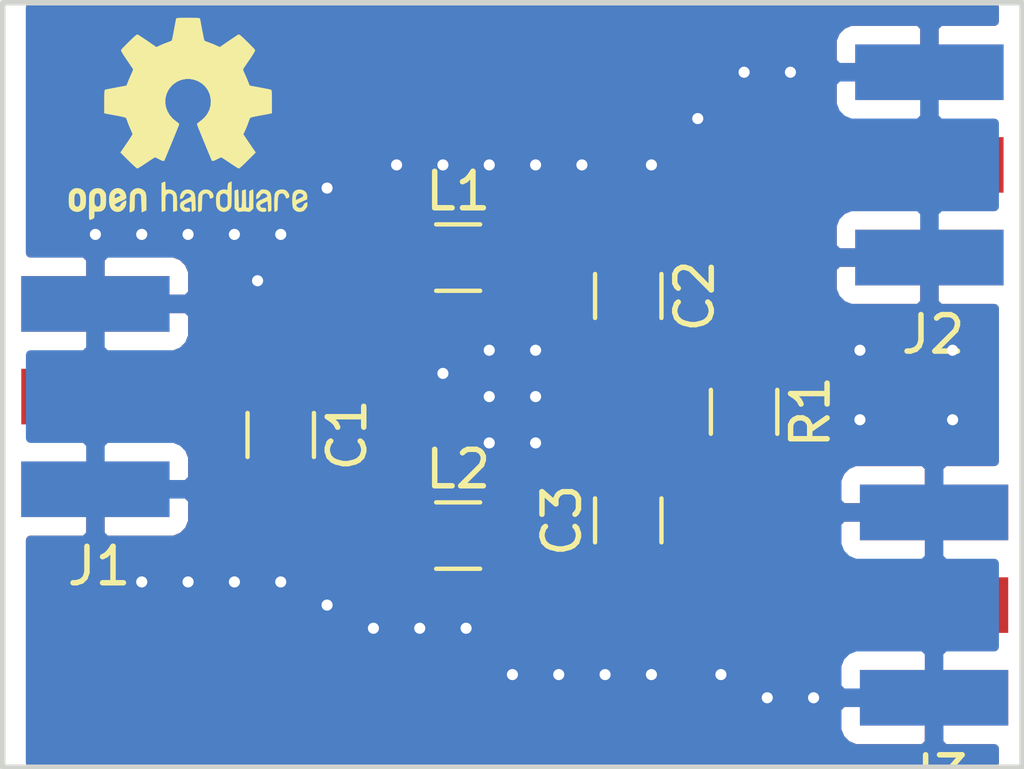
<source format=kicad_pcb>
(kicad_pcb (version 20171130) (host pcbnew "(5.0.1)-4")

  (general
    (thickness 1.6)
    (drawings 4)
    (tracks 75)
    (zones 0)
    (modules 10)
    (nets 5)
  )

  (page A4)
  (layers
    (0 F.Cu signal)
    (31 B.Cu signal)
    (32 B.Adhes user)
    (33 F.Adhes user)
    (34 B.Paste user)
    (35 F.Paste user)
    (36 B.SilkS user)
    (37 F.SilkS user)
    (38 B.Mask user)
    (39 F.Mask user)
    (40 Dwgs.User user)
    (41 Cmts.User user)
    (42 Eco1.User user)
    (43 Eco2.User user)
    (44 Edge.Cuts user)
    (45 Margin user)
    (46 B.CrtYd user)
    (47 F.CrtYd user)
    (48 B.Fab user)
    (49 F.Fab user)
  )

  (setup
    (last_trace_width 0.2032)
    (trace_clearance 0.2032)
    (zone_clearance 0.508)
    (zone_45_only no)
    (trace_min 0.2032)
    (segment_width 0.2)
    (edge_width 0.15)
    (via_size 0.6096)
    (via_drill 0.3048)
    (via_min_size 0.6096)
    (via_min_drill 0.3048)
    (uvia_size 0.3)
    (uvia_drill 0.1)
    (uvias_allowed no)
    (uvia_min_size 0.2)
    (uvia_min_drill 0.1)
    (pcb_text_width 0.3)
    (pcb_text_size 1.5 1.5)
    (mod_edge_width 0.15)
    (mod_text_size 1 1)
    (mod_text_width 0.15)
    (pad_size 1.524 1.524)
    (pad_drill 0.762)
    (pad_to_mask_clearance 0.051)
    (solder_mask_min_width 0.25)
    (aux_axis_origin 0 0)
    (grid_origin 120.65 97.155)
    (visible_elements 7FFBFFFF)
    (pcbplotparams
      (layerselection 0x010fc_ffffffff)
      (usegerberextensions false)
      (usegerberattributes false)
      (usegerberadvancedattributes false)
      (creategerberjobfile false)
      (excludeedgelayer true)
      (linewidth 0.100000)
      (plotframeref false)
      (viasonmask false)
      (mode 1)
      (useauxorigin false)
      (hpglpennumber 1)
      (hpglpenspeed 20)
      (hpglpendiameter 15.000000)
      (psnegative false)
      (psa4output false)
      (plotreference true)
      (plotvalue true)
      (plotinvisibletext false)
      (padsonsilk false)
      (subtractmaskfromsilk false)
      (outputformat 1)
      (mirror false)
      (drillshape 1)
      (scaleselection 1)
      (outputdirectory ""))
  )

  (net 0 "")
  (net 1 "Net-(C1-Pad1)")
  (net 2 GND)
  (net 3 "Net-(C2-Pad1)")
  (net 4 "Net-(C3-Pad1)")

  (net_class Default "This is the default net class."
    (clearance 0.2032)
    (trace_width 0.2032)
    (via_dia 0.6096)
    (via_drill 0.3048)
    (uvia_dia 0.3)
    (uvia_drill 0.1)
    (diff_pair_gap 0.2032)
    (diff_pair_width 0.2032)
    (add_net GND)
  )

  (net_class 50Ohm ""
    (clearance 0.37)
    (trace_width 1.8)
    (via_dia 0.6096)
    (via_drill 0.3048)
    (uvia_dia 0.3)
    (uvia_drill 0.1)
    (diff_pair_gap 0.2032)
    (diff_pair_width 0.2032)
    (add_net "Net-(C1-Pad1)")
    (add_net "Net-(C2-Pad1)")
    (add_net "Net-(C3-Pad1)")
  )

  (module Capacitor_SMD:C_1206_3216Metric_Pad1.42x1.75mm_HandSolder (layer F.Cu) (tedit 5B301BBE) (tstamp 5C259ABE)
    (at 127.635 88.0475 270)
    (descr "Capacitor SMD 1206 (3216 Metric), square (rectangular) end terminal, IPC_7351 nominal with elongated pad for handsoldering. (Body size source: http://www.tortai-tech.com/upload/download/2011102023233369053.pdf), generated with kicad-footprint-generator")
    (tags "capacitor handsolder")
    (path /5C1805E1)
    (attr smd)
    (fp_text reference C1 (at 0 -1.82 270) (layer F.SilkS)
      (effects (font (size 1 1) (thickness 0.15)))
    )
    (fp_text value C (at 0 1.82 270) (layer F.Fab)
      (effects (font (size 1 1) (thickness 0.15)))
    )
    (fp_line (start -1.6 0.8) (end -1.6 -0.8) (layer F.Fab) (width 0.1))
    (fp_line (start -1.6 -0.8) (end 1.6 -0.8) (layer F.Fab) (width 0.1))
    (fp_line (start 1.6 -0.8) (end 1.6 0.8) (layer F.Fab) (width 0.1))
    (fp_line (start 1.6 0.8) (end -1.6 0.8) (layer F.Fab) (width 0.1))
    (fp_line (start -0.602064 -0.91) (end 0.602064 -0.91) (layer F.SilkS) (width 0.12))
    (fp_line (start -0.602064 0.91) (end 0.602064 0.91) (layer F.SilkS) (width 0.12))
    (fp_line (start -2.45 1.12) (end -2.45 -1.12) (layer F.CrtYd) (width 0.05))
    (fp_line (start -2.45 -1.12) (end 2.45 -1.12) (layer F.CrtYd) (width 0.05))
    (fp_line (start 2.45 -1.12) (end 2.45 1.12) (layer F.CrtYd) (width 0.05))
    (fp_line (start 2.45 1.12) (end -2.45 1.12) (layer F.CrtYd) (width 0.05))
    (fp_text user %R (at 0 0 270) (layer F.Fab)
      (effects (font (size 0.8 0.8) (thickness 0.12)))
    )
    (pad 1 smd roundrect (at -1.4875 0 270) (size 1.425 1.75) (layers F.Cu F.Paste F.Mask) (roundrect_rratio 0.175439)
      (net 1 "Net-(C1-Pad1)"))
    (pad 2 smd roundrect (at 1.4875 0 270) (size 1.425 1.75) (layers F.Cu F.Paste F.Mask) (roundrect_rratio 0.175439)
      (net 2 GND))
    (model ${KISYS3DMOD}/Capacitor_SMD.3dshapes/C_1206_3216Metric.wrl
      (at (xyz 0 0 0))
      (scale (xyz 1 1 1))
      (rotate (xyz 0 0 0))
    )
  )

  (module Capacitor_SMD:C_1206_3216Metric_Pad1.42x1.75mm_HandSolder (layer F.Cu) (tedit 5B301BBE) (tstamp 5C259ACF)
    (at 137.16 84.2375 270)
    (descr "Capacitor SMD 1206 (3216 Metric), square (rectangular) end terminal, IPC_7351 nominal with elongated pad for handsoldering. (Body size source: http://www.tortai-tech.com/upload/download/2011102023233369053.pdf), generated with kicad-footprint-generator")
    (tags "capacitor handsolder")
    (path /5C180635)
    (attr smd)
    (fp_text reference C2 (at 0 -1.82 270) (layer F.SilkS)
      (effects (font (size 1 1) (thickness 0.15)))
    )
    (fp_text value C (at 0 1.82 270) (layer F.Fab)
      (effects (font (size 1 1) (thickness 0.15)))
    )
    (fp_text user %R (at 0 0 270) (layer F.Fab)
      (effects (font (size 0.8 0.8) (thickness 0.12)))
    )
    (fp_line (start 2.45 1.12) (end -2.45 1.12) (layer F.CrtYd) (width 0.05))
    (fp_line (start 2.45 -1.12) (end 2.45 1.12) (layer F.CrtYd) (width 0.05))
    (fp_line (start -2.45 -1.12) (end 2.45 -1.12) (layer F.CrtYd) (width 0.05))
    (fp_line (start -2.45 1.12) (end -2.45 -1.12) (layer F.CrtYd) (width 0.05))
    (fp_line (start -0.602064 0.91) (end 0.602064 0.91) (layer F.SilkS) (width 0.12))
    (fp_line (start -0.602064 -0.91) (end 0.602064 -0.91) (layer F.SilkS) (width 0.12))
    (fp_line (start 1.6 0.8) (end -1.6 0.8) (layer F.Fab) (width 0.1))
    (fp_line (start 1.6 -0.8) (end 1.6 0.8) (layer F.Fab) (width 0.1))
    (fp_line (start -1.6 -0.8) (end 1.6 -0.8) (layer F.Fab) (width 0.1))
    (fp_line (start -1.6 0.8) (end -1.6 -0.8) (layer F.Fab) (width 0.1))
    (pad 2 smd roundrect (at 1.4875 0 270) (size 1.425 1.75) (layers F.Cu F.Paste F.Mask) (roundrect_rratio 0.175439)
      (net 2 GND))
    (pad 1 smd roundrect (at -1.4875 0 270) (size 1.425 1.75) (layers F.Cu F.Paste F.Mask) (roundrect_rratio 0.175439)
      (net 3 "Net-(C2-Pad1)"))
    (model ${KISYS3DMOD}/Capacitor_SMD.3dshapes/C_1206_3216Metric.wrl
      (at (xyz 0 0 0))
      (scale (xyz 1 1 1))
      (rotate (xyz 0 0 0))
    )
  )

  (module Capacitor_SMD:C_1206_3216Metric_Pad1.42x1.75mm_HandSolder (layer F.Cu) (tedit 5B301BBE) (tstamp 5C259AE0)
    (at 137.16 90.3875 90)
    (descr "Capacitor SMD 1206 (3216 Metric), square (rectangular) end terminal, IPC_7351 nominal with elongated pad for handsoldering. (Body size source: http://www.tortai-tech.com/upload/download/2011102023233369053.pdf), generated with kicad-footprint-generator")
    (tags "capacitor handsolder")
    (path /5C180784)
    (attr smd)
    (fp_text reference C3 (at 0 -1.82 90) (layer F.SilkS)
      (effects (font (size 1 1) (thickness 0.15)))
    )
    (fp_text value C (at 0 1.82 90) (layer F.Fab)
      (effects (font (size 1 1) (thickness 0.15)))
    )
    (fp_line (start -1.6 0.8) (end -1.6 -0.8) (layer F.Fab) (width 0.1))
    (fp_line (start -1.6 -0.8) (end 1.6 -0.8) (layer F.Fab) (width 0.1))
    (fp_line (start 1.6 -0.8) (end 1.6 0.8) (layer F.Fab) (width 0.1))
    (fp_line (start 1.6 0.8) (end -1.6 0.8) (layer F.Fab) (width 0.1))
    (fp_line (start -0.602064 -0.91) (end 0.602064 -0.91) (layer F.SilkS) (width 0.12))
    (fp_line (start -0.602064 0.91) (end 0.602064 0.91) (layer F.SilkS) (width 0.12))
    (fp_line (start -2.45 1.12) (end -2.45 -1.12) (layer F.CrtYd) (width 0.05))
    (fp_line (start -2.45 -1.12) (end 2.45 -1.12) (layer F.CrtYd) (width 0.05))
    (fp_line (start 2.45 -1.12) (end 2.45 1.12) (layer F.CrtYd) (width 0.05))
    (fp_line (start 2.45 1.12) (end -2.45 1.12) (layer F.CrtYd) (width 0.05))
    (fp_text user %R (at 0 0 90) (layer F.Fab)
      (effects (font (size 0.8 0.8) (thickness 0.12)))
    )
    (pad 1 smd roundrect (at -1.4875 0 90) (size 1.425 1.75) (layers F.Cu F.Paste F.Mask) (roundrect_rratio 0.175439)
      (net 4 "Net-(C3-Pad1)"))
    (pad 2 smd roundrect (at 1.4875 0 90) (size 1.425 1.75) (layers F.Cu F.Paste F.Mask) (roundrect_rratio 0.175439)
      (net 2 GND))
    (model ${KISYS3DMOD}/Capacitor_SMD.3dshapes/C_1206_3216Metric.wrl
      (at (xyz 0 0 0))
      (scale (xyz 1 1 1))
      (rotate (xyz 0 0 0))
    )
  )

  (module RFLego_Footprint:SMA_Edge (layer F.Cu) (tedit 5C1640A8) (tstamp 5C259AE9)
    (at 120.523 86.995)
    (path /5C180555)
    (fp_text reference J1 (at 2.1336 4.6482) (layer F.SilkS)
      (effects (font (size 1 1) (thickness 0.15)))
    )
    (fp_text value SMA (at 1.27 6.35) (layer F.Fab) hide
      (effects (font (size 1 1) (thickness 0.15)))
    )
    (pad 1 smd rect (at 2.032 0) (size 4.064 1.524) (layers F.Cu F.Mask)
      (net 1 "Net-(C1-Pad1)"))
    (pad 2 smd rect (at 2.032 -2.54) (size 4.064 1.524) (layers F.Cu F.Mask)
      (net 2 GND))
    (pad 2 smd rect (at 2.032 2.54) (size 4.064 1.524) (layers B.Cu B.Mask)
      (net 2 GND))
    (pad 2 smd rect (at 2.032 -2.54) (size 4.064 1.524) (layers B.Cu B.Mask)
      (net 2 GND))
    (pad 2 smd rect (at 2.032 2.54) (size 4.064 1.524) (layers F.Cu F.Mask)
      (net 2 GND))
  )

  (module RFLego_Footprint:SMA_Edge (layer F.Cu) (tedit 5C1640A8) (tstamp 5C259AF2)
    (at 143.383 80.645)
    (path /5C1804AD)
    (fp_text reference J2 (at 2.1336 4.6482) (layer F.SilkS)
      (effects (font (size 1 1) (thickness 0.15)))
    )
    (fp_text value SMA (at 1.27 6.35) (layer F.Fab) hide
      (effects (font (size 1 1) (thickness 0.15)))
    )
    (pad 1 smd rect (at 2.032 0) (size 4.064 1.524) (layers F.Cu F.Mask)
      (net 3 "Net-(C2-Pad1)"))
    (pad 2 smd rect (at 2.032 -2.54) (size 4.064 1.524) (layers F.Cu F.Mask)
      (net 2 GND))
    (pad 2 smd rect (at 2.032 2.54) (size 4.064 1.524) (layers B.Cu B.Mask)
      (net 2 GND))
    (pad 2 smd rect (at 2.032 -2.54) (size 4.064 1.524) (layers B.Cu B.Mask)
      (net 2 GND))
    (pad 2 smd rect (at 2.032 2.54) (size 4.064 1.524) (layers F.Cu F.Mask)
      (net 2 GND))
  )

  (module RFLego_Footprint:SMA_Edge (layer F.Cu) (tedit 5C1640A8) (tstamp 5C259AFB)
    (at 143.51 92.71)
    (path /5C18052D)
    (fp_text reference J3 (at 2.1336 4.6482) (layer F.SilkS)
      (effects (font (size 1 1) (thickness 0.15)))
    )
    (fp_text value SMA (at 1.27 6.35) (layer F.Fab) hide
      (effects (font (size 1 1) (thickness 0.15)))
    )
    (pad 2 smd rect (at 2.032 2.54) (size 4.064 1.524) (layers F.Cu F.Mask)
      (net 2 GND))
    (pad 2 smd rect (at 2.032 -2.54) (size 4.064 1.524) (layers B.Cu B.Mask)
      (net 2 GND))
    (pad 2 smd rect (at 2.032 2.54) (size 4.064 1.524) (layers B.Cu B.Mask)
      (net 2 GND))
    (pad 2 smd rect (at 2.032 -2.54) (size 4.064 1.524) (layers F.Cu F.Mask)
      (net 2 GND))
    (pad 1 smd rect (at 2.032 0) (size 4.064 1.524) (layers F.Cu F.Mask)
      (net 4 "Net-(C3-Pad1)"))
  )

  (module Inductor_SMD:L_1206_3216Metric_Pad1.42x1.75mm_HandSolder (layer F.Cu) (tedit 5B301BBE) (tstamp 5C259B0C)
    (at 132.4975 83.185)
    (descr "Capacitor SMD 1206 (3216 Metric), square (rectangular) end terminal, IPC_7351 nominal with elongated pad for handsoldering. (Body size source: http://www.tortai-tech.com/upload/download/2011102023233369053.pdf), generated with kicad-footprint-generator")
    (tags "inductor handsolder")
    (path /5C180676)
    (attr smd)
    (fp_text reference L1 (at 0 -1.82) (layer F.SilkS)
      (effects (font (size 1 1) (thickness 0.15)))
    )
    (fp_text value L (at 0 1.82) (layer F.Fab)
      (effects (font (size 1 1) (thickness 0.15)))
    )
    (fp_line (start -1.6 0.8) (end -1.6 -0.8) (layer F.Fab) (width 0.1))
    (fp_line (start -1.6 -0.8) (end 1.6 -0.8) (layer F.Fab) (width 0.1))
    (fp_line (start 1.6 -0.8) (end 1.6 0.8) (layer F.Fab) (width 0.1))
    (fp_line (start 1.6 0.8) (end -1.6 0.8) (layer F.Fab) (width 0.1))
    (fp_line (start -0.602064 -0.91) (end 0.602064 -0.91) (layer F.SilkS) (width 0.12))
    (fp_line (start -0.602064 0.91) (end 0.602064 0.91) (layer F.SilkS) (width 0.12))
    (fp_line (start -2.45 1.12) (end -2.45 -1.12) (layer F.CrtYd) (width 0.05))
    (fp_line (start -2.45 -1.12) (end 2.45 -1.12) (layer F.CrtYd) (width 0.05))
    (fp_line (start 2.45 -1.12) (end 2.45 1.12) (layer F.CrtYd) (width 0.05))
    (fp_line (start 2.45 1.12) (end -2.45 1.12) (layer F.CrtYd) (width 0.05))
    (fp_text user %R (at 0 0) (layer F.Fab)
      (effects (font (size 0.8 0.8) (thickness 0.12)))
    )
    (pad 1 smd roundrect (at -1.4875 0) (size 1.425 1.75) (layers F.Cu F.Paste F.Mask) (roundrect_rratio 0.175439)
      (net 1 "Net-(C1-Pad1)"))
    (pad 2 smd roundrect (at 1.4875 0) (size 1.425 1.75) (layers F.Cu F.Paste F.Mask) (roundrect_rratio 0.175439)
      (net 3 "Net-(C2-Pad1)"))
    (model ${KISYS3DMOD}/Inductor_SMD.3dshapes/L_1206_3216Metric.wrl
      (at (xyz 0 0 0))
      (scale (xyz 1 1 1))
      (rotate (xyz 0 0 0))
    )
  )

  (module Inductor_SMD:L_1206_3216Metric_Pad1.42x1.75mm_HandSolder (layer F.Cu) (tedit 5B301BBE) (tstamp 5C259B1D)
    (at 132.4975 90.805)
    (descr "Capacitor SMD 1206 (3216 Metric), square (rectangular) end terminal, IPC_7351 nominal with elongated pad for handsoldering. (Body size source: http://www.tortai-tech.com/upload/download/2011102023233369053.pdf), generated with kicad-footprint-generator")
    (tags "inductor handsolder")
    (path /5C180750)
    (attr smd)
    (fp_text reference L2 (at 0 -1.82) (layer F.SilkS)
      (effects (font (size 1 1) (thickness 0.15)))
    )
    (fp_text value L (at 0 1.82) (layer F.Fab)
      (effects (font (size 1 1) (thickness 0.15)))
    )
    (fp_text user %R (at 0 0) (layer F.Fab)
      (effects (font (size 0.8 0.8) (thickness 0.12)))
    )
    (fp_line (start 2.45 1.12) (end -2.45 1.12) (layer F.CrtYd) (width 0.05))
    (fp_line (start 2.45 -1.12) (end 2.45 1.12) (layer F.CrtYd) (width 0.05))
    (fp_line (start -2.45 -1.12) (end 2.45 -1.12) (layer F.CrtYd) (width 0.05))
    (fp_line (start -2.45 1.12) (end -2.45 -1.12) (layer F.CrtYd) (width 0.05))
    (fp_line (start -0.602064 0.91) (end 0.602064 0.91) (layer F.SilkS) (width 0.12))
    (fp_line (start -0.602064 -0.91) (end 0.602064 -0.91) (layer F.SilkS) (width 0.12))
    (fp_line (start 1.6 0.8) (end -1.6 0.8) (layer F.Fab) (width 0.1))
    (fp_line (start 1.6 -0.8) (end 1.6 0.8) (layer F.Fab) (width 0.1))
    (fp_line (start -1.6 -0.8) (end 1.6 -0.8) (layer F.Fab) (width 0.1))
    (fp_line (start -1.6 0.8) (end -1.6 -0.8) (layer F.Fab) (width 0.1))
    (pad 2 smd roundrect (at 1.4875 0) (size 1.425 1.75) (layers F.Cu F.Paste F.Mask) (roundrect_rratio 0.175439)
      (net 4 "Net-(C3-Pad1)"))
    (pad 1 smd roundrect (at -1.4875 0) (size 1.425 1.75) (layers F.Cu F.Paste F.Mask) (roundrect_rratio 0.175439)
      (net 1 "Net-(C1-Pad1)"))
    (model ${KISYS3DMOD}/Inductor_SMD.3dshapes/L_1206_3216Metric.wrl
      (at (xyz 0 0 0))
      (scale (xyz 1 1 1))
      (rotate (xyz 0 0 0))
    )
  )

  (module Resistor_SMD:R_1206_3216Metric_Pad1.42x1.75mm_HandSolder (layer F.Cu) (tedit 5B301BBD) (tstamp 5C259E64)
    (at 140.335 87.4125 270)
    (descr "Resistor SMD 1206 (3216 Metric), square (rectangular) end terminal, IPC_7351 nominal with elongated pad for handsoldering. (Body size source: http://www.tortai-tech.com/upload/download/2011102023233369053.pdf), generated with kicad-footprint-generator")
    (tags "resistor handsolder")
    (path /5C1807DB)
    (attr smd)
    (fp_text reference R1 (at 0 -1.82 270) (layer F.SilkS)
      (effects (font (size 1 1) (thickness 0.15)))
    )
    (fp_text value R (at 0 1.82 270) (layer F.Fab)
      (effects (font (size 1 1) (thickness 0.15)))
    )
    (fp_line (start -1.6 0.8) (end -1.6 -0.8) (layer F.Fab) (width 0.1))
    (fp_line (start -1.6 -0.8) (end 1.6 -0.8) (layer F.Fab) (width 0.1))
    (fp_line (start 1.6 -0.8) (end 1.6 0.8) (layer F.Fab) (width 0.1))
    (fp_line (start 1.6 0.8) (end -1.6 0.8) (layer F.Fab) (width 0.1))
    (fp_line (start -0.602064 -0.91) (end 0.602064 -0.91) (layer F.SilkS) (width 0.12))
    (fp_line (start -0.602064 0.91) (end 0.602064 0.91) (layer F.SilkS) (width 0.12))
    (fp_line (start -2.45 1.12) (end -2.45 -1.12) (layer F.CrtYd) (width 0.05))
    (fp_line (start -2.45 -1.12) (end 2.45 -1.12) (layer F.CrtYd) (width 0.05))
    (fp_line (start 2.45 -1.12) (end 2.45 1.12) (layer F.CrtYd) (width 0.05))
    (fp_line (start 2.45 1.12) (end -2.45 1.12) (layer F.CrtYd) (width 0.05))
    (fp_text user %R (at 0 0 270) (layer F.Fab)
      (effects (font (size 0.8 0.8) (thickness 0.12)))
    )
    (pad 1 smd roundrect (at -1.4875 0 270) (size 1.425 1.75) (layers F.Cu F.Paste F.Mask) (roundrect_rratio 0.175439)
      (net 3 "Net-(C2-Pad1)"))
    (pad 2 smd roundrect (at 1.4875 0 270) (size 1.425 1.75) (layers F.Cu F.Paste F.Mask) (roundrect_rratio 0.175439)
      (net 4 "Net-(C3-Pad1)"))
    (model ${KISYS3DMOD}/Resistor_SMD.3dshapes/R_1206_3216Metric.wrl
      (at (xyz 0 0 0))
      (scale (xyz 1 1 1))
      (rotate (xyz 0 0 0))
    )
  )

  (module Symbol:OSHW-Logo2_7.3x6mm_SilkScreen (layer F.Cu) (tedit 5C1809D7) (tstamp 5C25FD0D)
    (at 125.095 79.375)
    (descr "Open Source Hardware Symbol")
    (tags "Logo Symbol OSHW")
    (attr virtual)
    (fp_text reference REF** (at 0 0) (layer F.SilkS) hide
      (effects (font (size 1 1) (thickness 0.15)))
    )
    (fp_text value OSHW-Logo2_7.3x6mm_SilkScreen (at 0.75 0) (layer F.SilkS) hide
      (effects (font (size 1 1) (thickness 0.15)))
    )
    (fp_poly (pts (xy 0.10391 -2.757652) (xy 0.182454 -2.757222) (xy 0.239298 -2.756058) (xy 0.278105 -2.753793)
      (xy 0.302538 -2.75006) (xy 0.316262 -2.744494) (xy 0.32294 -2.736727) (xy 0.326236 -2.726395)
      (xy 0.326556 -2.725057) (xy 0.331562 -2.700921) (xy 0.340829 -2.653299) (xy 0.353392 -2.587259)
      (xy 0.368287 -2.507872) (xy 0.384551 -2.420204) (xy 0.385119 -2.417125) (xy 0.40141 -2.331211)
      (xy 0.416652 -2.255304) (xy 0.429861 -2.193955) (xy 0.440054 -2.151718) (xy 0.446248 -2.133145)
      (xy 0.446543 -2.132816) (xy 0.464788 -2.123747) (xy 0.502405 -2.108633) (xy 0.551271 -2.090738)
      (xy 0.551543 -2.090642) (xy 0.613093 -2.067507) (xy 0.685657 -2.038035) (xy 0.754057 -2.008403)
      (xy 0.757294 -2.006938) (xy 0.868702 -1.956374) (xy 1.115399 -2.12484) (xy 1.191077 -2.176197)
      (xy 1.259631 -2.222111) (xy 1.317088 -2.25997) (xy 1.359476 -2.287163) (xy 1.382825 -2.301079)
      (xy 1.385042 -2.302111) (xy 1.40201 -2.297516) (xy 1.433701 -2.275345) (xy 1.481352 -2.234553)
      (xy 1.546198 -2.174095) (xy 1.612397 -2.109773) (xy 1.676214 -2.046388) (xy 1.733329 -1.988549)
      (xy 1.780305 -1.939825) (xy 1.813703 -1.90379) (xy 1.830085 -1.884016) (xy 1.830694 -1.882998)
      (xy 1.832505 -1.869428) (xy 1.825683 -1.847267) (xy 1.80854 -1.813522) (xy 1.779393 -1.7652)
      (xy 1.736555 -1.699308) (xy 1.679448 -1.614483) (xy 1.628766 -1.539823) (xy 1.583461 -1.47286)
      (xy 1.54615 -1.417484) (xy 1.519452 -1.37758) (xy 1.505985 -1.357038) (xy 1.505137 -1.355644)
      (xy 1.506781 -1.335962) (xy 1.519245 -1.297707) (xy 1.540048 -1.248111) (xy 1.547462 -1.232272)
      (xy 1.579814 -1.16171) (xy 1.614328 -1.081647) (xy 1.642365 -1.012371) (xy 1.662568 -0.960955)
      (xy 1.678615 -0.921881) (xy 1.687888 -0.901459) (xy 1.689041 -0.899886) (xy 1.706096 -0.897279)
      (xy 1.746298 -0.890137) (xy 1.804302 -0.879477) (xy 1.874763 -0.866315) (xy 1.952335 -0.851667)
      (xy 2.031672 -0.836551) (xy 2.107431 -0.821982) (xy 2.174264 -0.808978) (xy 2.226828 -0.798555)
      (xy 2.259776 -0.79173) (xy 2.267857 -0.789801) (xy 2.276205 -0.785038) (xy 2.282506 -0.774282)
      (xy 2.287045 -0.753902) (xy 2.290104 -0.720266) (xy 2.291967 -0.669745) (xy 2.292918 -0.598708)
      (xy 2.29324 -0.503524) (xy 2.293257 -0.464508) (xy 2.293257 -0.147201) (xy 2.217057 -0.132161)
      (xy 2.174663 -0.124005) (xy 2.1114 -0.112101) (xy 2.034962 -0.097884) (xy 1.953043 -0.08279)
      (xy 1.9304 -0.078645) (xy 1.854806 -0.063947) (xy 1.788953 -0.049495) (xy 1.738366 -0.036625)
      (xy 1.708574 -0.026678) (xy 1.703612 -0.023713) (xy 1.691426 -0.002717) (xy 1.673953 0.037967)
      (xy 1.654577 0.090322) (xy 1.650734 0.1016) (xy 1.625339 0.171523) (xy 1.593817 0.250418)
      (xy 1.562969 0.321266) (xy 1.562817 0.321595) (xy 1.511447 0.432733) (xy 1.680399 0.681253)
      (xy 1.849352 0.929772) (xy 1.632429 1.147058) (xy 1.566819 1.211726) (xy 1.506979 1.268733)
      (xy 1.456267 1.315033) (xy 1.418046 1.347584) (xy 1.395675 1.363343) (xy 1.392466 1.364343)
      (xy 1.373626 1.356469) (xy 1.33518 1.334578) (xy 1.28133 1.301267) (xy 1.216276 1.259131)
      (xy 1.14594 1.211943) (xy 1.074555 1.16381) (xy 1.010908 1.121928) (xy 0.959041 1.088871)
      (xy 0.922995 1.067218) (xy 0.906867 1.059543) (xy 0.887189 1.066037) (xy 0.849875 1.08315)
      (xy 0.802621 1.107326) (xy 0.797612 1.110013) (xy 0.733977 1.141927) (xy 0.690341 1.157579)
      (xy 0.663202 1.157745) (xy 0.649057 1.143204) (xy 0.648975 1.143) (xy 0.641905 1.125779)
      (xy 0.625042 1.084899) (xy 0.599695 1.023525) (xy 0.567171 0.944819) (xy 0.528778 0.851947)
      (xy 0.485822 0.748072) (xy 0.444222 0.647502) (xy 0.398504 0.536516) (xy 0.356526 0.433703)
      (xy 0.319548 0.342215) (xy 0.288827 0.265201) (xy 0.265622 0.205815) (xy 0.25119 0.167209)
      (xy 0.246743 0.1528) (xy 0.257896 0.136272) (xy 0.287069 0.10993) (xy 0.325971 0.080887)
      (xy 0.436757 -0.010961) (xy 0.523351 -0.116241) (xy 0.584716 -0.232734) (xy 0.619815 -0.358224)
      (xy 0.627608 -0.490493) (xy 0.621943 -0.551543) (xy 0.591078 -0.678205) (xy 0.53792 -0.790059)
      (xy 0.465767 -0.885999) (xy 0.377917 -0.964924) (xy 0.277665 -1.02573) (xy 0.16831 -1.067313)
      (xy 0.053147 -1.088572) (xy -0.064525 -1.088401) (xy -0.18141 -1.065699) (xy -0.294211 -1.019362)
      (xy -0.399631 -0.948287) (xy -0.443632 -0.908089) (xy -0.528021 -0.804871) (xy -0.586778 -0.692075)
      (xy -0.620296 -0.57299) (xy -0.628965 -0.450905) (xy -0.613177 -0.329107) (xy -0.573322 -0.210884)
      (xy -0.509793 -0.099525) (xy -0.422979 0.001684) (xy -0.325971 0.080887) (xy -0.285563 0.111162)
      (xy -0.257018 0.137219) (xy -0.246743 0.152825) (xy -0.252123 0.169843) (xy -0.267425 0.2105)
      (xy -0.291388 0.271642) (xy -0.322756 0.350119) (xy -0.360268 0.44278) (xy -0.402667 0.546472)
      (xy -0.444337 0.647526) (xy -0.49031 0.758607) (xy -0.532893 0.861541) (xy -0.570779 0.953165)
      (xy -0.60266 1.030316) (xy -0.627229 1.089831) (xy -0.64318 1.128544) (xy -0.64909 1.143)
      (xy -0.663052 1.157685) (xy -0.69006 1.157642) (xy -0.733587 1.142099) (xy -0.79711 1.110284)
      (xy -0.797612 1.110013) (xy -0.84544 1.085323) (xy -0.884103 1.067338) (xy -0.905905 1.059614)
      (xy -0.906867 1.059543) (xy -0.923279 1.067378) (xy -0.959513 1.089165) (xy -1.011526 1.122328)
      (xy -1.075275 1.164291) (xy -1.14594 1.211943) (xy -1.217884 1.260191) (xy -1.282726 1.302151)
      (xy -1.336265 1.335227) (xy -1.374303 1.356821) (xy -1.392467 1.364343) (xy -1.409192 1.354457)
      (xy -1.44282 1.326826) (xy -1.48999 1.284495) (xy -1.547342 1.230505) (xy -1.611516 1.167899)
      (xy -1.632503 1.146983) (xy -1.849501 0.929623) (xy -1.684332 0.68722) (xy -1.634136 0.612781)
      (xy -1.590081 0.545972) (xy -1.554638 0.490665) (xy -1.530281 0.450729) (xy -1.519478 0.430036)
      (xy -1.519162 0.428563) (xy -1.524857 0.409058) (xy -1.540174 0.369822) (xy -1.562463 0.31743)
      (xy -1.578107 0.282355) (xy -1.607359 0.215201) (xy -1.634906 0.147358) (xy -1.656263 0.090034)
      (xy -1.662065 0.072572) (xy -1.678548 0.025938) (xy -1.69466 -0.010095) (xy -1.70351 -0.023713)
      (xy -1.72304 -0.032048) (xy -1.765666 -0.043863) (xy -1.825855 -0.057819) (xy -1.898078 -0.072578)
      (xy -1.9304 -0.078645) (xy -2.012478 -0.093727) (xy -2.091205 -0.108331) (xy -2.158891 -0.12102)
      (xy -2.20784 -0.130358) (xy -2.217057 -0.132161) (xy -2.293257 -0.147201) (xy -2.293257 -0.464508)
      (xy -2.293086 -0.568846) (xy -2.292384 -0.647787) (xy -2.290866 -0.704962) (xy -2.288251 -0.744001)
      (xy -2.284254 -0.768535) (xy -2.278591 -0.782195) (xy -2.27098 -0.788611) (xy -2.267857 -0.789801)
      (xy -2.249022 -0.79402) (xy -2.207412 -0.802438) (xy -2.14837 -0.814039) (xy -2.077243 -0.827805)
      (xy -1.999375 -0.84272) (xy -1.920113 -0.857768) (xy -1.844802 -0.871931) (xy -1.778787 -0.884194)
      (xy -1.727413 -0.893539) (xy -1.696025 -0.89895) (xy -1.689041 -0.899886) (xy -1.682715 -0.912404)
      (xy -1.66871 -0.945754) (xy -1.649645 -0.993623) (xy -1.642366 -1.012371) (xy -1.613004 -1.084805)
      (xy -1.578429 -1.16483) (xy -1.547463 -1.232272) (xy -1.524677 -1.283841) (xy -1.509518 -1.326215)
      (xy -1.504458 -1.352166) (xy -1.505264 -1.355644) (xy -1.515959 -1.372064) (xy -1.54038 -1.408583)
      (xy -1.575905 -1.461313) (xy -1.619913 -1.526365) (xy -1.669783 -1.599849) (xy -1.679644 -1.614355)
      (xy -1.737508 -1.700296) (xy -1.780044 -1.765739) (xy -1.808946 -1.813696) (xy -1.82591 -1.84718)
      (xy -1.832633 -1.869205) (xy -1.83081 -1.882783) (xy -1.830764 -1.882869) (xy -1.816414 -1.900703)
      (xy -1.784677 -1.935183) (xy -1.73899 -1.982732) (xy -1.682796 -2.039778) (xy -1.619532 -2.102745)
      (xy -1.612398 -2.109773) (xy -1.53267 -2.18698) (xy -1.471143 -2.24367) (xy -1.426579 -2.28089)
      (xy -1.397743 -2.299685) (xy -1.385042 -2.302111) (xy -1.366506 -2.291529) (xy -1.328039 -2.267084)
      (xy -1.273614 -2.231388) (xy -1.207202 -2.187053) (xy -1.132775 -2.136689) (xy -1.115399 -2.12484)
      (xy -0.868703 -1.956374) (xy -0.757294 -2.006938) (xy -0.689543 -2.036405) (xy -0.616817 -2.066041)
      (xy -0.554297 -2.08967) (xy -0.551543 -2.090642) (xy -0.50264 -2.108543) (xy -0.464943 -2.12368)
      (xy -0.446575 -2.13279) (xy -0.446544 -2.132816) (xy -0.440715 -2.149283) (xy -0.430808 -2.189781)
      (xy -0.417805 -2.249758) (xy -0.402691 -2.32466) (xy -0.386448 -2.409936) (xy -0.385119 -2.417125)
      (xy -0.368825 -2.504986) (xy -0.353867 -2.58474) (xy -0.341209 -2.651319) (xy -0.331814 -2.699653)
      (xy -0.326646 -2.724675) (xy -0.326556 -2.725057) (xy -0.323411 -2.735701) (xy -0.317296 -2.743738)
      (xy -0.304547 -2.749533) (xy -0.2815 -2.753453) (xy -0.244491 -2.755865) (xy -0.189856 -2.757135)
      (xy -0.113933 -2.757629) (xy -0.013056 -2.757714) (xy 0 -2.757714) (xy 0.10391 -2.757652)) (layer F.SilkS) (width 0.01))
    (fp_poly (pts (xy 3.153595 1.966966) (xy 3.211021 2.004497) (xy 3.238719 2.038096) (xy 3.260662 2.099064)
      (xy 3.262405 2.147308) (xy 3.258457 2.211816) (xy 3.109686 2.276934) (xy 3.037349 2.310202)
      (xy 2.990084 2.336964) (xy 2.965507 2.360144) (xy 2.961237 2.382667) (xy 2.974889 2.407455)
      (xy 2.989943 2.423886) (xy 3.033746 2.450235) (xy 3.081389 2.452081) (xy 3.125145 2.431546)
      (xy 3.157289 2.390752) (xy 3.163038 2.376347) (xy 3.190576 2.331356) (xy 3.222258 2.312182)
      (xy 3.265714 2.295779) (xy 3.265714 2.357966) (xy 3.261872 2.400283) (xy 3.246823 2.435969)
      (xy 3.21528 2.476943) (xy 3.210592 2.482267) (xy 3.175506 2.51872) (xy 3.145347 2.538283)
      (xy 3.107615 2.547283) (xy 3.076335 2.55023) (xy 3.020385 2.550965) (xy 2.980555 2.54166)
      (xy 2.955708 2.527846) (xy 2.916656 2.497467) (xy 2.889625 2.464613) (xy 2.872517 2.423294)
      (xy 2.863238 2.367521) (xy 2.859693 2.291305) (xy 2.85941 2.252622) (xy 2.860372 2.206247)
      (xy 2.948007 2.206247) (xy 2.949023 2.231126) (xy 2.951556 2.2352) (xy 2.968274 2.229665)
      (xy 3.004249 2.215017) (xy 3.052331 2.19419) (xy 3.062386 2.189714) (xy 3.123152 2.158814)
      (xy 3.156632 2.131657) (xy 3.16399 2.10622) (xy 3.146391 2.080481) (xy 3.131856 2.069109)
      (xy 3.07941 2.046364) (xy 3.030322 2.050122) (xy 2.989227 2.077884) (xy 2.960758 2.127152)
      (xy 2.951631 2.166257) (xy 2.948007 2.206247) (xy 2.860372 2.206247) (xy 2.861285 2.162249)
      (xy 2.868196 2.095384) (xy 2.881884 2.046695) (xy 2.904096 2.010849) (xy 2.936574 1.982513)
      (xy 2.950733 1.973355) (xy 3.015053 1.949507) (xy 3.085473 1.948006) (xy 3.153595 1.966966)) (layer F.SilkS) (width 0.01))
    (fp_poly (pts (xy 2.6526 1.958752) (xy 2.669948 1.966334) (xy 2.711356 1.999128) (xy 2.746765 2.046547)
      (xy 2.768664 2.097151) (xy 2.772229 2.122098) (xy 2.760279 2.156927) (xy 2.734067 2.175357)
      (xy 2.705964 2.186516) (xy 2.693095 2.188572) (xy 2.686829 2.173649) (xy 2.674456 2.141175)
      (xy 2.669028 2.126502) (xy 2.63859 2.075744) (xy 2.59452 2.050427) (xy 2.53801 2.051206)
      (xy 2.533825 2.052203) (xy 2.503655 2.066507) (xy 2.481476 2.094393) (xy 2.466327 2.139287)
      (xy 2.45725 2.204615) (xy 2.453286 2.293804) (xy 2.452914 2.341261) (xy 2.45273 2.416071)
      (xy 2.451522 2.467069) (xy 2.448309 2.499471) (xy 2.442109 2.518495) (xy 2.43194 2.529356)
      (xy 2.416819 2.537272) (xy 2.415946 2.53767) (xy 2.386828 2.549981) (xy 2.372403 2.554514)
      (xy 2.370186 2.540809) (xy 2.368289 2.502925) (xy 2.366847 2.445715) (xy 2.365998 2.374027)
      (xy 2.365829 2.321565) (xy 2.366692 2.220047) (xy 2.37007 2.143032) (xy 2.377142 2.086023)
      (xy 2.389088 2.044526) (xy 2.40709 2.014043) (xy 2.432327 1.99008) (xy 2.457247 1.973355)
      (xy 2.517171 1.951097) (xy 2.586911 1.946076) (xy 2.6526 1.958752)) (layer F.SilkS) (width 0.01))
    (fp_poly (pts (xy 2.144876 1.956335) (xy 2.186667 1.975344) (xy 2.219469 1.998378) (xy 2.243503 2.024133)
      (xy 2.260097 2.057358) (xy 2.270577 2.1028) (xy 2.276271 2.165207) (xy 2.278507 2.249327)
      (xy 2.278743 2.304721) (xy 2.278743 2.520826) (xy 2.241774 2.53767) (xy 2.212656 2.549981)
      (xy 2.198231 2.554514) (xy 2.195472 2.541025) (xy 2.193282 2.504653) (xy 2.191942 2.451542)
      (xy 2.191657 2.409372) (xy 2.190434 2.348447) (xy 2.187136 2.300115) (xy 2.182321 2.270518)
      (xy 2.178496 2.264229) (xy 2.152783 2.270652) (xy 2.112418 2.287125) (xy 2.065679 2.309458)
      (xy 2.020845 2.333457) (xy 1.986193 2.35493) (xy 1.970002 2.369685) (xy 1.969938 2.369845)
      (xy 1.97133 2.397152) (xy 1.983818 2.423219) (xy 2.005743 2.444392) (xy 2.037743 2.451474)
      (xy 2.065092 2.450649) (xy 2.103826 2.450042) (xy 2.124158 2.459116) (xy 2.136369 2.483092)
      (xy 2.137909 2.487613) (xy 2.143203 2.521806) (xy 2.129047 2.542568) (xy 2.092148 2.552462)
      (xy 2.052289 2.554292) (xy 1.980562 2.540727) (xy 1.943432 2.521355) (xy 1.897576 2.475845)
      (xy 1.873256 2.419983) (xy 1.871073 2.360957) (xy 1.891629 2.305953) (xy 1.922549 2.271486)
      (xy 1.95342 2.252189) (xy 2.001942 2.227759) (xy 2.058485 2.202985) (xy 2.06791 2.199199)
      (xy 2.130019 2.171791) (xy 2.165822 2.147634) (xy 2.177337 2.123619) (xy 2.16658 2.096635)
      (xy 2.148114 2.075543) (xy 2.104469 2.049572) (xy 2.056446 2.047624) (xy 2.012406 2.067637)
      (xy 1.980709 2.107551) (xy 1.976549 2.117848) (xy 1.952327 2.155724) (xy 1.916965 2.183842)
      (xy 1.872343 2.206917) (xy 1.872343 2.141485) (xy 1.874969 2.101506) (xy 1.88623 2.069997)
      (xy 1.911199 2.036378) (xy 1.935169 2.010484) (xy 1.972441 1.973817) (xy 2.001401 1.954121)
      (xy 2.032505 1.94622) (xy 2.067713 1.944914) (xy 2.144876 1.956335)) (layer F.SilkS) (width 0.01))
    (fp_poly (pts (xy 1.779833 1.958663) (xy 1.782048 1.99685) (xy 1.783784 2.054886) (xy 1.784899 2.12818)
      (xy 1.785257 2.205055) (xy 1.785257 2.465196) (xy 1.739326 2.511127) (xy 1.707675 2.539429)
      (xy 1.67989 2.550893) (xy 1.641915 2.550168) (xy 1.62684 2.548321) (xy 1.579726 2.542948)
      (xy 1.540756 2.539869) (xy 1.531257 2.539585) (xy 1.499233 2.541445) (xy 1.453432 2.546114)
      (xy 1.435674 2.548321) (xy 1.392057 2.551735) (xy 1.362745 2.54432) (xy 1.33368 2.521427)
      (xy 1.323188 2.511127) (xy 1.277257 2.465196) (xy 1.277257 1.978602) (xy 1.314226 1.961758)
      (xy 1.346059 1.949282) (xy 1.364683 1.944914) (xy 1.369458 1.958718) (xy 1.373921 1.997286)
      (xy 1.377775 2.056356) (xy 1.380722 2.131663) (xy 1.382143 2.195286) (xy 1.386114 2.445657)
      (xy 1.420759 2.450556) (xy 1.452268 2.447131) (xy 1.467708 2.436041) (xy 1.472023 2.415308)
      (xy 1.475708 2.371145) (xy 1.478469 2.309146) (xy 1.480012 2.234909) (xy 1.480235 2.196706)
      (xy 1.480457 1.976783) (xy 1.526166 1.960849) (xy 1.558518 1.950015) (xy 1.576115 1.944962)
      (xy 1.576623 1.944914) (xy 1.578388 1.958648) (xy 1.580329 1.99673) (xy 1.582282 2.054482)
      (xy 1.584084 2.127227) (xy 1.585343 2.195286) (xy 1.589314 2.445657) (xy 1.6764 2.445657)
      (xy 1.680396 2.21724) (xy 1.684392 1.988822) (xy 1.726847 1.966868) (xy 1.758192 1.951793)
      (xy 1.776744 1.944951) (xy 1.777279 1.944914) (xy 1.779833 1.958663)) (layer F.SilkS) (width 0.01))
    (fp_poly (pts (xy 1.190117 2.065358) (xy 1.189933 2.173837) (xy 1.189219 2.257287) (xy 1.187675 2.319704)
      (xy 1.185001 2.365085) (xy 1.180894 2.397429) (xy 1.175055 2.420733) (xy 1.167182 2.438995)
      (xy 1.161221 2.449418) (xy 1.111855 2.505945) (xy 1.049264 2.541377) (xy 0.980013 2.55409)
      (xy 0.910668 2.542463) (xy 0.869375 2.521568) (xy 0.826025 2.485422) (xy 0.796481 2.441276)
      (xy 0.778655 2.383462) (xy 0.770463 2.306313) (xy 0.769302 2.249714) (xy 0.769458 2.245647)
      (xy 0.870857 2.245647) (xy 0.871476 2.31055) (xy 0.874314 2.353514) (xy 0.88084 2.381622)
      (xy 0.892523 2.401953) (xy 0.906483 2.417288) (xy 0.953365 2.44689) (xy 1.003701 2.449419)
      (xy 1.051276 2.424705) (xy 1.054979 2.421356) (xy 1.070783 2.403935) (xy 1.080693 2.383209)
      (xy 1.086058 2.352362) (xy 1.088228 2.304577) (xy 1.088571 2.251748) (xy 1.087827 2.185381)
      (xy 1.084748 2.141106) (xy 1.078061 2.112009) (xy 1.066496 2.091173) (xy 1.057013 2.080107)
      (xy 1.01296 2.052198) (xy 0.962224 2.048843) (xy 0.913796 2.070159) (xy 0.90445 2.078073)
      (xy 0.88854 2.095647) (xy 0.87861 2.116587) (xy 0.873278 2.147782) (xy 0.871163 2.196122)
      (xy 0.870857 2.245647) (xy 0.769458 2.245647) (xy 0.77281 2.158568) (xy 0.784726 2.090086)
      (xy 0.807135 2.0386) (xy 0.842124 1.998443) (xy 0.869375 1.977861) (xy 0.918907 1.955625)
      (xy 0.976316 1.945304) (xy 1.029682 1.948067) (xy 1.059543 1.959212) (xy 1.071261 1.962383)
      (xy 1.079037 1.950557) (xy 1.084465 1.918866) (xy 1.088571 1.870593) (xy 1.093067 1.816829)
      (xy 1.099313 1.784482) (xy 1.110676 1.765985) (xy 1.130528 1.75377) (xy 1.143 1.748362)
      (xy 1.190171 1.728601) (xy 1.190117 2.065358)) (layer F.SilkS) (width 0.01))
    (fp_poly (pts (xy 0.529926 1.949755) (xy 0.595858 1.974084) (xy 0.649273 2.017117) (xy 0.670164 2.047409)
      (xy 0.692939 2.102994) (xy 0.692466 2.143186) (xy 0.668562 2.170217) (xy 0.659717 2.174813)
      (xy 0.62153 2.189144) (xy 0.602028 2.185472) (xy 0.595422 2.161407) (xy 0.595086 2.148114)
      (xy 0.582992 2.09921) (xy 0.551471 2.064999) (xy 0.507659 2.048476) (xy 0.458695 2.052634)
      (xy 0.418894 2.074227) (xy 0.40545 2.086544) (xy 0.395921 2.101487) (xy 0.389485 2.124075)
      (xy 0.385317 2.159328) (xy 0.382597 2.212266) (xy 0.380502 2.287907) (xy 0.37996 2.311857)
      (xy 0.377981 2.39379) (xy 0.375731 2.451455) (xy 0.372357 2.489608) (xy 0.367006 2.513004)
      (xy 0.358824 2.526398) (xy 0.346959 2.534545) (xy 0.339362 2.538144) (xy 0.307102 2.550452)
      (xy 0.288111 2.554514) (xy 0.281836 2.540948) (xy 0.278006 2.499934) (xy 0.2766 2.430999)
      (xy 0.277598 2.333669) (xy 0.277908 2.318657) (xy 0.280101 2.229859) (xy 0.282693 2.165019)
      (xy 0.286382 2.119067) (xy 0.291864 2.086935) (xy 0.299835 2.063553) (xy 0.310993 2.043852)
      (xy 0.31683 2.03541) (xy 0.350296 1.998057) (xy 0.387727 1.969003) (xy 0.392309 1.966467)
      (xy 0.459426 1.946443) (xy 0.529926 1.949755)) (layer F.SilkS) (width 0.01))
    (fp_poly (pts (xy 0.039744 1.950968) (xy 0.096616 1.972087) (xy 0.097267 1.972493) (xy 0.13244 1.99838)
      (xy 0.158407 2.028633) (xy 0.17667 2.068058) (xy 0.188732 2.121462) (xy 0.196096 2.193651)
      (xy 0.200264 2.289432) (xy 0.200629 2.303078) (xy 0.205876 2.508842) (xy 0.161716 2.531678)
      (xy 0.129763 2.54711) (xy 0.11047 2.554423) (xy 0.109578 2.554514) (xy 0.106239 2.541022)
      (xy 0.103587 2.504626) (xy 0.101956 2.451452) (xy 0.1016 2.408393) (xy 0.101592 2.338641)
      (xy 0.098403 2.294837) (xy 0.087288 2.273944) (xy 0.063501 2.272925) (xy 0.022296 2.288741)
      (xy -0.039914 2.317815) (xy -0.085659 2.341963) (xy -0.109187 2.362913) (xy -0.116104 2.385747)
      (xy -0.116114 2.386877) (xy -0.104701 2.426212) (xy -0.070908 2.447462) (xy -0.019191 2.450539)
      (xy 0.018061 2.450006) (xy 0.037703 2.460735) (xy 0.049952 2.486505) (xy 0.057002 2.519337)
      (xy 0.046842 2.537966) (xy 0.043017 2.540632) (xy 0.007001 2.55134) (xy -0.043434 2.552856)
      (xy -0.095374 2.545759) (xy -0.132178 2.532788) (xy -0.183062 2.489585) (xy -0.211986 2.429446)
      (xy -0.217714 2.382462) (xy -0.213343 2.340082) (xy -0.197525 2.305488) (xy -0.166203 2.274763)
      (xy -0.115322 2.24399) (xy -0.040824 2.209252) (xy -0.036286 2.207288) (xy 0.030821 2.176287)
      (xy 0.072232 2.150862) (xy 0.089981 2.128014) (xy 0.086107 2.104745) (xy 0.062643 2.078056)
      (xy 0.055627 2.071914) (xy 0.00863 2.0481) (xy -0.040067 2.049103) (xy -0.082478 2.072451)
      (xy -0.110616 2.115675) (xy -0.113231 2.12416) (xy -0.138692 2.165308) (xy -0.170999 2.185128)
      (xy -0.217714 2.20477) (xy -0.217714 2.15395) (xy -0.203504 2.080082) (xy -0.161325 2.012327)
      (xy -0.139376 1.989661) (xy -0.089483 1.960569) (xy -0.026033 1.9474) (xy 0.039744 1.950968)) (layer F.SilkS) (width 0.01))
    (fp_poly (pts (xy -0.624114 1.851289) (xy -0.619861 1.910613) (xy -0.614975 1.945572) (xy -0.608205 1.96082)
      (xy -0.598298 1.961015) (xy -0.595086 1.959195) (xy -0.552356 1.946015) (xy -0.496773 1.946785)
      (xy -0.440263 1.960333) (xy -0.404918 1.977861) (xy -0.368679 2.005861) (xy -0.342187 2.037549)
      (xy -0.324001 2.077813) (xy -0.312678 2.131543) (xy -0.306778 2.203626) (xy -0.304857 2.298951)
      (xy -0.304823 2.317237) (xy -0.3048 2.522646) (xy -0.350509 2.53858) (xy -0.382973 2.54942)
      (xy -0.400785 2.554468) (xy -0.401309 2.554514) (xy -0.403063 2.540828) (xy -0.404556 2.503076)
      (xy -0.405674 2.446224) (xy -0.406303 2.375234) (xy -0.4064 2.332073) (xy -0.406602 2.246973)
      (xy -0.407642 2.185981) (xy -0.410169 2.144177) (xy -0.414836 2.116642) (xy -0.422293 2.098456)
      (xy -0.433189 2.084698) (xy -0.439993 2.078073) (xy -0.486728 2.051375) (xy -0.537728 2.049375)
      (xy -0.583999 2.071955) (xy -0.592556 2.080107) (xy -0.605107 2.095436) (xy -0.613812 2.113618)
      (xy -0.619369 2.139909) (xy -0.622474 2.179562) (xy -0.623824 2.237832) (xy -0.624114 2.318173)
      (xy -0.624114 2.522646) (xy -0.669823 2.53858) (xy -0.702287 2.54942) (xy -0.720099 2.554468)
      (xy -0.720623 2.554514) (xy -0.721963 2.540623) (xy -0.723172 2.501439) (xy -0.724199 2.4407)
      (xy -0.724998 2.362141) (xy -0.725519 2.269498) (xy -0.725714 2.166509) (xy -0.725714 1.769342)
      (xy -0.678543 1.749444) (xy -0.631371 1.729547) (xy -0.624114 1.851289)) (layer F.SilkS) (width 0.01))
    (fp_poly (pts (xy -1.831697 1.931239) (xy -1.774473 1.969735) (xy -1.730251 2.025335) (xy -1.703833 2.096086)
      (xy -1.69849 2.148162) (xy -1.699097 2.169893) (xy -1.704178 2.186531) (xy -1.718145 2.201437)
      (xy -1.745411 2.217973) (xy -1.790388 2.239498) (xy -1.857489 2.269374) (xy -1.857829 2.269524)
      (xy -1.919593 2.297813) (xy -1.970241 2.322933) (xy -2.004596 2.342179) (xy -2.017482 2.352848)
      (xy -2.017486 2.352934) (xy -2.006128 2.376166) (xy -1.979569 2.401774) (xy -1.949077 2.420221)
      (xy -1.93363 2.423886) (xy -1.891485 2.411212) (xy -1.855192 2.379471) (xy -1.837483 2.344572)
      (xy -1.820448 2.318845) (xy -1.787078 2.289546) (xy -1.747851 2.264235) (xy -1.713244 2.250471)
      (xy -1.706007 2.249714) (xy -1.697861 2.26216) (xy -1.69737 2.293972) (xy -1.703357 2.336866)
      (xy -1.714643 2.382558) (xy -1.73005 2.422761) (xy -1.730829 2.424322) (xy -1.777196 2.489062)
      (xy -1.837289 2.533097) (xy -1.905535 2.554711) (xy -1.976362 2.552185) (xy -2.044196 2.523804)
      (xy -2.047212 2.521808) (xy -2.100573 2.473448) (xy -2.13566 2.410352) (xy -2.155078 2.327387)
      (xy -2.157684 2.304078) (xy -2.162299 2.194055) (xy -2.156767 2.142748) (xy -2.017486 2.142748)
      (xy -2.015676 2.174753) (xy -2.005778 2.184093) (xy -1.981102 2.177105) (xy -1.942205 2.160587)
      (xy -1.898725 2.139881) (xy -1.897644 2.139333) (xy -1.860791 2.119949) (xy -1.846 2.107013)
      (xy -1.849647 2.093451) (xy -1.865005 2.075632) (xy -1.904077 2.049845) (xy -1.946154 2.04795)
      (xy -1.983897 2.066717) (xy -2.009966 2.102915) (xy -2.017486 2.142748) (xy -2.156767 2.142748)
      (xy -2.152806 2.106027) (xy -2.12845 2.036212) (xy -2.094544 1.987302) (xy -2.033347 1.937878)
      (xy -1.965937 1.913359) (xy -1.89712 1.911797) (xy -1.831697 1.931239)) (layer F.SilkS) (width 0.01))
    (fp_poly (pts (xy -2.958885 1.921962) (xy -2.890855 1.957733) (xy -2.840649 2.015301) (xy -2.822815 2.052312)
      (xy -2.808937 2.107882) (xy -2.801833 2.178096) (xy -2.80116 2.254727) (xy -2.806573 2.329552)
      (xy -2.81773 2.394342) (xy -2.834286 2.440873) (xy -2.839374 2.448887) (xy -2.899645 2.508707)
      (xy -2.971231 2.544535) (xy -3.048908 2.55502) (xy -3.127452 2.53881) (xy -3.149311 2.529092)
      (xy -3.191878 2.499143) (xy -3.229237 2.459433) (xy -3.232768 2.454397) (xy -3.247119 2.430124)
      (xy -3.256606 2.404178) (xy -3.26221 2.370022) (xy -3.264914 2.321119) (xy -3.265701 2.250935)
      (xy -3.265714 2.2352) (xy -3.265678 2.230192) (xy -3.120571 2.230192) (xy -3.119727 2.29643)
      (xy -3.116404 2.340386) (xy -3.109417 2.368779) (xy -3.097584 2.388325) (xy -3.091543 2.394857)
      (xy -3.056814 2.41968) (xy -3.023097 2.418548) (xy -2.989005 2.397016) (xy -2.968671 2.374029)
      (xy -2.956629 2.340478) (xy -2.949866 2.287569) (xy -2.949402 2.281399) (xy -2.948248 2.185513)
      (xy -2.960312 2.114299) (xy -2.98543 2.068194) (xy -3.02344 2.047635) (xy -3.037008 2.046514)
      (xy -3.072636 2.052152) (xy -3.097006 2.071686) (xy -3.111907 2.109042) (xy -3.119125 2.16815)
      (xy -3.120571 2.230192) (xy -3.265678 2.230192) (xy -3.265174 2.160413) (xy -3.262904 2.108159)
      (xy -3.257932 2.071949) (xy -3.249287 2.045299) (xy -3.235995 2.021722) (xy -3.233057 2.017338)
      (xy -3.183687 1.958249) (xy -3.129891 1.923947) (xy -3.064398 1.910331) (xy -3.042158 1.909665)
      (xy -2.958885 1.921962)) (layer F.SilkS) (width 0.01))
    (fp_poly (pts (xy -1.283907 1.92778) (xy -1.237328 1.954723) (xy -1.204943 1.981466) (xy -1.181258 2.009484)
      (xy -1.164941 2.043748) (xy -1.154661 2.089227) (xy -1.149086 2.150892) (xy -1.146884 2.233711)
      (xy -1.146629 2.293246) (xy -1.146629 2.512391) (xy -1.208314 2.540044) (xy -1.27 2.567697)
      (xy -1.277257 2.32767) (xy -1.280256 2.238028) (xy -1.283402 2.172962) (xy -1.287299 2.128026)
      (xy -1.292553 2.09877) (xy -1.299769 2.080748) (xy -1.30955 2.069511) (xy -1.312688 2.067079)
      (xy -1.360239 2.048083) (xy -1.408303 2.0556) (xy -1.436914 2.075543) (xy -1.448553 2.089675)
      (xy -1.456609 2.10822) (xy -1.461729 2.136334) (xy -1.464559 2.179173) (xy -1.465744 2.241895)
      (xy -1.465943 2.307261) (xy -1.465982 2.389268) (xy -1.467386 2.447316) (xy -1.472086 2.486465)
      (xy -1.482013 2.51178) (xy -1.499097 2.528323) (xy -1.525268 2.541156) (xy -1.560225 2.554491)
      (xy -1.598404 2.569007) (xy -1.593859 2.311389) (xy -1.592029 2.218519) (xy -1.589888 2.149889)
      (xy -1.586819 2.100711) (xy -1.582206 2.066198) (xy -1.575432 2.041562) (xy -1.565881 2.022016)
      (xy -1.554366 2.00477) (xy -1.49881 1.94968) (xy -1.43102 1.917822) (xy -1.357287 1.910191)
      (xy -1.283907 1.92778)) (layer F.SilkS) (width 0.01))
    (fp_poly (pts (xy -2.400256 1.919918) (xy -2.344799 1.947568) (xy -2.295852 1.99848) (xy -2.282371 2.017338)
      (xy -2.267686 2.042015) (xy -2.258158 2.068816) (xy -2.252707 2.104587) (xy -2.250253 2.156169)
      (xy -2.249714 2.224267) (xy -2.252148 2.317588) (xy -2.260606 2.387657) (xy -2.276826 2.439931)
      (xy -2.302546 2.479869) (xy -2.339503 2.512929) (xy -2.342218 2.514886) (xy -2.37864 2.534908)
      (xy -2.422498 2.544815) (xy -2.478276 2.547257) (xy -2.568952 2.547257) (xy -2.56899 2.635283)
      (xy -2.569834 2.684308) (xy -2.574976 2.713065) (xy -2.588413 2.730311) (xy -2.614142 2.744808)
      (xy -2.620321 2.747769) (xy -2.649236 2.761648) (xy -2.671624 2.770414) (xy -2.688271 2.771171)
      (xy -2.699964 2.761023) (xy -2.70749 2.737073) (xy -2.711634 2.696426) (xy -2.713185 2.636186)
      (xy -2.712929 2.553455) (xy -2.711651 2.445339) (xy -2.711252 2.413) (xy -2.709815 2.301524)
      (xy -2.708528 2.228603) (xy -2.569029 2.228603) (xy -2.568245 2.290499) (xy -2.56476 2.330997)
      (xy -2.556876 2.357708) (xy -2.542895 2.378244) (xy -2.533403 2.38826) (xy -2.494596 2.417567)
      (xy -2.460237 2.419952) (xy -2.424784 2.39575) (xy -2.423886 2.394857) (xy -2.409461 2.376153)
      (xy -2.400687 2.350732) (xy -2.396261 2.311584) (xy -2.394882 2.251697) (xy -2.394857 2.23843)
      (xy -2.398188 2.155901) (xy -2.409031 2.098691) (xy -2.42866 2.063766) (xy -2.45835 2.048094)
      (xy -2.475509 2.046514) (xy -2.516234 2.053926) (xy -2.544168 2.07833) (xy -2.560983 2.12298)
      (xy -2.56835 2.19113) (xy -2.569029 2.228603) (xy -2.708528 2.228603) (xy -2.708292 2.215245)
      (xy -2.706323 2.150333) (xy -2.70355 2.102958) (xy -2.699612 2.06929) (xy -2.694151 2.045498)
      (xy -2.686808 2.027753) (xy -2.677223 2.012224) (xy -2.673113 2.006381) (xy -2.618595 1.951185)
      (xy -2.549664 1.91989) (xy -2.469928 1.911165) (xy -2.400256 1.919918)) (layer F.SilkS) (width 0.01))
  )

  (gr_line (start 120.015 97.155) (end 120.015 76.2) (layer Edge.Cuts) (width 0.15))
  (gr_line (start 147.955 97.155) (end 120.015 97.155) (layer Edge.Cuts) (width 0.15))
  (gr_line (start 147.955 76.2) (end 147.955 97.155) (layer Edge.Cuts) (width 0.15))
  (gr_line (start 120.015 76.2) (end 147.955 76.2) (layer Edge.Cuts) (width 0.15))

  (segment (start 127.2 86.995) (end 127.635 86.56) (width 1.8) (layer F.Cu) (net 1))
  (segment (start 122.555 86.995) (end 127.2 86.995) (width 1.8) (layer F.Cu) (net 1))
  (segment (start 131.01 83.185) (end 127.635 86.56) (width 1.8) (layer F.Cu) (net 1))
  (segment (start 131.01 89.67288) (end 130.81 89.47288) (width 1.8) (layer F.Cu) (net 1))
  (segment (start 131.01 90.805) (end 131.01 89.67288) (width 1.8) (layer F.Cu) (net 1))
  (segment (start 130.81 89.47288) (end 130.81 88.9) (width 1.8) (layer F.Cu) (net 1))
  (segment (start 128.406347 87.331347) (end 127.635 86.56) (width 1.8) (layer F.Cu) (net 1))
  (segment (start 129.241347 87.331347) (end 128.406347 87.331347) (width 1.8) (layer F.Cu) (net 1))
  (segment (start 130.81 88.9) (end 129.241347 87.331347) (width 1.8) (layer F.Cu) (net 1))
  (via (at 127 83.82) (size 0.6096) (drill 0.3048) (layers F.Cu B.Cu) (net 2))
  (segment (start 122.555 84.455) (end 126.365 84.455) (width 0.2032) (layer F.Cu) (net 2))
  (segment (start 126.365 84.455) (end 127 83.82) (width 0.2032) (layer F.Cu) (net 2))
  (via (at 133.35 86.995) (size 0.6096) (drill 0.3048) (layers F.Cu B.Cu) (net 2))
  (via (at 130.81 80.645) (size 0.6096) (drill 0.3048) (layers F.Cu B.Cu) (net 2))
  (via (at 132.08 80.645) (size 0.6096) (drill 0.3048) (layers F.Cu B.Cu) (net 2))
  (via (at 133.35 80.645) (size 0.6096) (drill 0.3048) (layers F.Cu B.Cu) (net 2))
  (via (at 134.62 80.645) (size 0.6096) (drill 0.3048) (layers F.Cu B.Cu) (net 2))
  (via (at 135.89 80.645) (size 0.6096) (drill 0.3048) (layers F.Cu B.Cu) (net 2))
  (via (at 134.62 86.995) (size 0.6096) (drill 0.3048) (layers F.Cu B.Cu) (net 2))
  (via (at 134.62 85.725) (size 0.6096) (drill 0.3048) (layers F.Cu B.Cu) (net 2))
  (via (at 133.35 85.725) (size 0.6096) (drill 0.3048) (layers F.Cu B.Cu) (net 2))
  (via (at 132.08 86.36) (size 0.6096) (drill 0.3048) (layers F.Cu B.Cu) (net 2))
  (via (at 133.35 88.265) (size 0.6096) (drill 0.3048) (layers F.Cu B.Cu) (net 2))
  (via (at 134.62 88.265) (size 0.6096) (drill 0.3048) (layers F.Cu B.Cu) (net 2))
  (via (at 137.795 94.615) (size 0.6096) (drill 0.3048) (layers F.Cu B.Cu) (net 2))
  (via (at 136.525 94.615) (size 0.6096) (drill 0.3048) (layers F.Cu B.Cu) (net 2))
  (via (at 135.255 94.615) (size 0.6096) (drill 0.3048) (layers F.Cu B.Cu) (net 2))
  (via (at 133.985 94.615) (size 0.6096) (drill 0.3048) (layers F.Cu B.Cu) (net 2))
  (via (at 132.715 93.345) (size 0.6096) (drill 0.3048) (layers F.Cu B.Cu) (net 2))
  (via (at 131.445 93.345) (size 0.6096) (drill 0.3048) (layers F.Cu B.Cu) (net 2))
  (via (at 130.175 93.345) (size 0.6096) (drill 0.3048) (layers F.Cu B.Cu) (net 2))
  (via (at 128.905 92.71) (size 0.6096) (drill 0.3048) (layers F.Cu B.Cu) (net 2))
  (via (at 127.635 92.075) (size 0.6096) (drill 0.3048) (layers F.Cu B.Cu) (net 2))
  (via (at 126.365 92.075) (size 0.6096) (drill 0.3048) (layers F.Cu B.Cu) (net 2))
  (via (at 125.095 92.075) (size 0.6096) (drill 0.3048) (layers F.Cu B.Cu) (net 2))
  (via (at 123.825 92.075) (size 0.6096) (drill 0.3048) (layers F.Cu B.Cu) (net 2))
  (via (at 122.555 82.55) (size 0.6096) (drill 0.3048) (layers F.Cu B.Cu) (net 2))
  (via (at 123.825 82.55) (size 0.6096) (drill 0.3048) (layers F.Cu B.Cu) (net 2))
  (via (at 125.095 82.55) (size 0.6096) (drill 0.3048) (layers F.Cu B.Cu) (net 2))
  (via (at 126.365 82.55) (size 0.6096) (drill 0.3048) (layers F.Cu B.Cu) (net 2))
  (via (at 127.635 82.55) (size 0.6096) (drill 0.3048) (layers F.Cu B.Cu) (net 2))
  (via (at 128.905 81.28) (size 0.6096) (drill 0.3048) (layers F.Cu B.Cu) (net 2))
  (via (at 137.795 80.645) (size 0.6096) (drill 0.3048) (layers F.Cu B.Cu) (net 2))
  (via (at 139.065 79.375) (size 0.6096) (drill 0.3048) (layers F.Cu B.Cu) (net 2))
  (via (at 140.335 78.105) (size 0.6096) (drill 0.3048) (layers F.Cu B.Cu) (net 2))
  (via (at 141.605 78.105) (size 0.6096) (drill 0.3048) (layers F.Cu B.Cu) (net 2))
  (via (at 139.7 94.615) (size 0.6096) (drill 0.3048) (layers F.Cu B.Cu) (net 2))
  (via (at 140.97 95.25) (size 0.6096) (drill 0.3048) (layers F.Cu B.Cu) (net 2))
  (via (at 142.24 95.25) (size 0.6096) (drill 0.3048) (layers F.Cu B.Cu) (net 2))
  (via (at 143.51 85.725) (size 0.6096) (drill 0.3048) (layers F.Cu B.Cu) (net 2))
  (via (at 143.51 87.63) (size 0.6096) (drill 0.3048) (layers F.Cu B.Cu) (net 2))
  (via (at 146.05 87.63) (size 0.6096) (drill 0.3048) (layers F.Cu B.Cu) (net 2))
  (via (at 146.05 85.725) (size 0.6096) (drill 0.3048) (layers F.Cu B.Cu) (net 2))
  (segment (start 137.931347 83.521347) (end 137.16 82.75) (width 1.8) (layer F.Cu) (net 3))
  (segment (start 138.743847 83.521347) (end 137.931347 83.521347) (width 1.8) (layer F.Cu) (net 3))
  (segment (start 140.335 85.925) (end 140.335 85.1125) (width 1.8) (layer F.Cu) (net 3))
  (segment (start 133.985 83.185) (end 135.89 83.185) (width 1.8) (layer F.Cu) (net 3))
  (segment (start 136.185 82.75) (end 137.16 82.75) (width 1.8) (layer F.Cu) (net 3))
  (segment (start 135.89 83.045) (end 136.185 82.75) (width 1.8) (layer F.Cu) (net 3))
  (segment (start 135.89 83.185) (end 135.89 83.045) (width 1.8) (layer F.Cu) (net 3))
  (segment (start 139.7 82.528) (end 139.7 84.4775) (width 1.8) (layer F.Cu) (net 3))
  (segment (start 141.583 80.645) (end 139.7 82.528) (width 1.8) (layer F.Cu) (net 3))
  (segment (start 145.415 80.645) (end 141.583 80.645) (width 1.8) (layer F.Cu) (net 3))
  (segment (start 140.335 85.1125) (end 139.7 84.4775) (width 1.8) (layer F.Cu) (net 3))
  (segment (start 139.7 84.4775) (end 138.743847 83.521347) (width 1.8) (layer F.Cu) (net 3))
  (segment (start 135.055 91.875) (end 137.16 91.875) (width 1.8) (layer F.Cu) (net 4))
  (segment (start 133.985 90.805) (end 135.055 91.875) (width 1.8) (layer F.Cu) (net 4))
  (segment (start 137.931347 91.103653) (end 137.16 91.875) (width 1.8) (layer F.Cu) (net 4))
  (segment (start 138.193467 91.103653) (end 137.931347 91.103653) (width 1.8) (layer F.Cu) (net 4))
  (segment (start 139.563653 89.733467) (end 138.193467 91.103653) (width 1.8) (layer F.Cu) (net 4))
  (segment (start 139.563653 89.671347) (end 139.563653 89.733467) (width 1.8) (layer F.Cu) (net 4))
  (segment (start 140.335 88.9) (end 139.563653 89.671347) (width 1.8) (layer F.Cu) (net 4))
  (segment (start 141.71 92.71) (end 145.542 92.71) (width 1.8) (layer F.Cu) (net 4))
  (segment (start 140.335 91.335) (end 141.71 92.71) (width 1.8) (layer F.Cu) (net 4))
  (segment (start 140.335 88.9) (end 140.335 91.335) (width 1.8) (layer F.Cu) (net 4))

  (zone (net 2) (net_name GND) (layer F.Cu) (tstamp 0) (hatch edge 0.508)
    (connect_pads (clearance 0.508))
    (min_thickness 0.254)
    (fill yes (arc_segments 16) (thermal_gap 0.508) (thermal_bridge_width 0.508))
    (polygon
      (pts
        (xy 120.65 76.2) (xy 147.32 76.2) (xy 147.32 97.155) (xy 120.65 97.155)
      )
    )
    (filled_polygon
      (pts
        (xy 126.125 88.696191) (xy 126.125 89.24925) (xy 126.28375 89.408) (xy 127.508 89.408) (xy 127.508 89.388)
        (xy 127.762 89.388) (xy 127.762 89.408) (xy 128.98625 89.408) (xy 129.066716 89.327534) (xy 129.25309 89.513908)
        (xy 129.275 89.624057) (xy 129.275 89.624061) (xy 129.364062 90.071806) (xy 129.475 90.237837) (xy 129.475 90.956181)
        (xy 129.564062 91.403926) (xy 129.679128 91.576135) (xy 129.718374 91.773435) (xy 129.912914 92.064586) (xy 130.204065 92.259126)
        (xy 130.5475 92.32744) (xy 130.795674 92.32744) (xy 131.01 92.370072) (xy 131.224325 92.32744) (xy 131.4725 92.32744)
        (xy 131.815935 92.259126) (xy 132.107086 92.064586) (xy 132.301626 91.773435) (xy 132.340871 91.576136) (xy 132.455938 91.403927)
        (xy 132.4975 91.194978) (xy 132.539063 91.403927) (xy 132.654128 91.576134) (xy 132.693374 91.773435) (xy 132.887914 92.064586)
        (xy 133.179065 92.259126) (xy 133.290468 92.281286) (xy 133.862689 92.853507) (xy 133.948327 92.981673) (xy 134.076492 93.06731)
        (xy 134.076493 93.067311) (xy 134.456073 93.320938) (xy 135.055 93.440072) (xy 135.206182 93.41) (xy 137.008823 93.41)
        (xy 137.16 93.440071) (xy 137.311177 93.41) (xy 137.311182 93.41) (xy 137.758927 93.320938) (xy 137.931136 93.205871)
        (xy 138.128435 93.166626) (xy 138.419586 92.972086) (xy 138.614126 92.680935) (xy 138.633984 92.581101) (xy 138.792394 92.549591)
        (xy 139.143625 92.314906) (xy 139.228328 92.441673) (xy 139.356493 92.52731) (xy 140.517688 93.688505) (xy 140.603327 93.816673)
        (xy 140.982693 94.070157) (xy 141.111073 94.155938) (xy 141.71 94.275072) (xy 141.861182 94.245) (xy 142.923335 94.245)
        (xy 142.875 94.36169) (xy 142.875 94.96425) (xy 143.03375 95.123) (xy 145.415 95.123) (xy 145.415 95.103)
        (xy 145.669 95.103) (xy 145.669 95.123) (xy 145.689 95.123) (xy 145.689 95.377) (xy 145.669 95.377)
        (xy 145.669 96.48825) (xy 145.82775 96.647) (xy 147.193 96.647) (xy 147.193 97.028) (xy 120.777 97.028)
        (xy 120.777 95.53575) (xy 142.875 95.53575) (xy 142.875 96.13831) (xy 142.971673 96.371699) (xy 143.150302 96.550327)
        (xy 143.383691 96.647) (xy 145.25625 96.647) (xy 145.415 96.48825) (xy 145.415 95.377) (xy 143.03375 95.377)
        (xy 142.875 95.53575) (xy 120.777 95.53575) (xy 120.777 90.932) (xy 122.26925 90.932) (xy 122.428 90.77325)
        (xy 122.428 89.662) (xy 122.682 89.662) (xy 122.682 90.77325) (xy 122.84075 90.932) (xy 124.713309 90.932)
        (xy 124.946698 90.835327) (xy 125.125327 90.656699) (xy 125.222 90.42331) (xy 125.222 89.82075) (xy 126.125 89.82075)
        (xy 126.125 90.373809) (xy 126.221673 90.607198) (xy 126.400301 90.785827) (xy 126.63369 90.8825) (xy 127.34925 90.8825)
        (xy 127.508 90.72375) (xy 127.508 89.662) (xy 127.762 89.662) (xy 127.762 90.72375) (xy 127.92075 90.8825)
        (xy 128.63631 90.8825) (xy 128.869699 90.785827) (xy 129.048327 90.607198) (xy 129.145 90.373809) (xy 129.145 89.82075)
        (xy 128.98625 89.662) (xy 127.762 89.662) (xy 127.508 89.662) (xy 126.28375 89.662) (xy 126.125 89.82075)
        (xy 125.222 89.82075) (xy 125.06325 89.662) (xy 122.682 89.662) (xy 122.428 89.662) (xy 122.408 89.662)
        (xy 122.408 89.408) (xy 122.428 89.408) (xy 122.428 89.388) (xy 122.682 89.388) (xy 122.682 89.408)
        (xy 125.06325 89.408) (xy 125.222 89.24925) (xy 125.222 88.64669) (xy 125.173665 88.53) (xy 126.193839 88.53)
      )
    )
    (filled_polygon
      (pts
        (xy 142.748 82.29669) (xy 142.748 82.89925) (xy 142.90675 83.058) (xy 145.288 83.058) (xy 145.288 83.038)
        (xy 145.542 83.038) (xy 145.542 83.058) (xy 145.562 83.058) (xy 145.562 83.312) (xy 145.542 83.312)
        (xy 145.542 84.42325) (xy 145.70075 84.582) (xy 147.193 84.582) (xy 147.193 88.773) (xy 145.82775 88.773)
        (xy 145.669 88.93175) (xy 145.669 90.043) (xy 145.689 90.043) (xy 145.689 90.297) (xy 145.669 90.297)
        (xy 145.669 90.317) (xy 145.415 90.317) (xy 145.415 90.297) (xy 143.03375 90.297) (xy 142.875 90.45575)
        (xy 142.875 91.05831) (xy 142.923335 91.175) (xy 142.345817 91.175) (xy 141.87 90.699183) (xy 141.87 89.28169)
        (xy 142.875 89.28169) (xy 142.875 89.88425) (xy 143.03375 90.043) (xy 145.415 90.043) (xy 145.415 88.93175)
        (xy 145.25625 88.773) (xy 143.383691 88.773) (xy 143.150302 88.869673) (xy 142.971673 89.048301) (xy 142.875 89.28169)
        (xy 141.87 89.28169) (xy 141.87 89.051178) (xy 141.900071 88.900001) (xy 141.87 88.748824) (xy 141.87 88.748818)
        (xy 141.85744 88.685675) (xy 141.85744 88.4375) (xy 141.789126 88.094065) (xy 141.594586 87.802914) (xy 141.303435 87.608374)
        (xy 141.106135 87.569128) (xy 140.933926 87.454062) (xy 140.72498 87.4125) (xy 140.933926 87.370938) (xy 141.106135 87.255872)
        (xy 141.303435 87.216626) (xy 141.594586 87.022086) (xy 141.789126 86.730935) (xy 141.85744 86.3875) (xy 141.85744 86.139325)
        (xy 141.87 86.076182) (xy 141.87 85.263682) (xy 141.900072 85.1125) (xy 141.780938 84.513573) (xy 141.568701 84.195938)
        (xy 141.441673 84.005827) (xy 141.313505 83.920188) (xy 141.235 83.841683) (xy 141.235 83.47075) (xy 142.748 83.47075)
        (xy 142.748 84.07331) (xy 142.844673 84.306699) (xy 143.023302 84.485327) (xy 143.256691 84.582) (xy 145.12925 84.582)
        (xy 145.288 84.42325) (xy 145.288 83.312) (xy 142.90675 83.312) (xy 142.748 83.47075) (xy 141.235 83.47075)
        (xy 141.235 83.163817) (xy 142.218818 82.18) (xy 142.796335 82.18)
      )
    )
    (filled_polygon
      (pts
        (xy 132.539062 83.783927) (xy 132.654129 83.956136) (xy 132.693374 84.153435) (xy 132.887914 84.444586) (xy 133.179065 84.639126)
        (xy 133.5225 84.70744) (xy 133.770675 84.70744) (xy 133.833818 84.72) (xy 135.718839 84.72) (xy 135.65 84.886191)
        (xy 135.65 85.43925) (xy 135.80875 85.598) (xy 137.033 85.598) (xy 137.033 85.578) (xy 137.287 85.578)
        (xy 137.287 85.598) (xy 138.51125 85.598) (xy 138.56599 85.54326) (xy 138.593328 85.584173) (xy 138.721493 85.66981)
        (xy 138.8 85.748317) (xy 138.8 86.076181) (xy 138.81256 86.139324) (xy 138.81256 86.3875) (xy 138.880874 86.730935)
        (xy 139.075414 87.022086) (xy 139.366565 87.216626) (xy 139.563864 87.255871) (xy 139.736073 87.370938) (xy 139.945019 87.4125)
        (xy 139.736073 87.454062) (xy 139.563864 87.569129) (xy 139.366565 87.608374) (xy 139.075414 87.802914) (xy 138.880874 88.094065)
        (xy 138.858714 88.205469) (xy 138.67 88.394183) (xy 138.67 88.061191) (xy 138.573327 87.827802) (xy 138.394699 87.649173)
        (xy 138.16131 87.5525) (xy 137.44575 87.5525) (xy 137.287 87.71125) (xy 137.287 88.773) (xy 137.307 88.773)
        (xy 137.307 89.027) (xy 137.287 89.027) (xy 137.287 89.047) (xy 137.033 89.047) (xy 137.033 89.027)
        (xy 135.80875 89.027) (xy 135.65 89.18575) (xy 135.65 89.738809) (xy 135.746673 89.972198) (xy 135.925301 90.150827)
        (xy 136.15869 90.2475) (xy 136.616683 90.2475) (xy 136.524183 90.34) (xy 135.690818 90.34) (xy 135.298786 89.947968)
        (xy 135.276626 89.836565) (xy 135.082086 89.545414) (xy 134.790935 89.350874) (xy 134.4475 89.28256) (xy 134.19932 89.28256)
        (xy 133.985 89.239929) (xy 133.77068 89.28256) (xy 133.5225 89.28256) (xy 133.179065 89.350874) (xy 132.887914 89.545414)
        (xy 132.693374 89.836565) (xy 132.654128 90.033865) (xy 132.545 90.197188) (xy 132.545 89.824062) (xy 132.575072 89.67288)
        (xy 132.455938 89.073953) (xy 132.424565 89.027) (xy 132.366958 88.940785) (xy 132.375071 88.899999) (xy 132.345 88.748822)
        (xy 132.345 88.748819) (xy 132.255938 88.301073) (xy 132.095654 88.061191) (xy 135.65 88.061191) (xy 135.65 88.61425)
        (xy 135.80875 88.773) (xy 137.033 88.773) (xy 137.033 87.71125) (xy 136.87425 87.5525) (xy 136.15869 87.5525)
        (xy 135.925301 87.649173) (xy 135.746673 87.827802) (xy 135.65 88.061191) (xy 132.095654 88.061191) (xy 131.916673 87.793327)
        (xy 131.788507 87.707689) (xy 130.433659 86.352842) (xy 130.34802 86.224674) (xy 130.224006 86.141811) (xy 130.355067 86.01075)
        (xy 135.65 86.01075) (xy 135.65 86.563809) (xy 135.746673 86.797198) (xy 135.925301 86.975827) (xy 136.15869 87.0725)
        (xy 136.87425 87.0725) (xy 137.033 86.91375) (xy 137.033 85.852) (xy 137.287 85.852) (xy 137.287 86.91375)
        (xy 137.44575 87.0725) (xy 138.16131 87.0725) (xy 138.394699 86.975827) (xy 138.573327 86.797198) (xy 138.67 86.563809)
        (xy 138.67 86.01075) (xy 138.51125 85.852) (xy 137.287 85.852) (xy 137.033 85.852) (xy 135.80875 85.852)
        (xy 135.65 86.01075) (xy 130.355067 86.01075) (xy 131.704531 84.661286) (xy 131.815935 84.639126) (xy 132.107086 84.444586)
        (xy 132.301626 84.153435) (xy 132.340871 83.956136) (xy 132.455938 83.783928) (xy 132.4975 83.574981)
      )
    )
    (filled_polygon
      (pts
        (xy 147.193 76.708) (xy 145.70075 76.708) (xy 145.542 76.86675) (xy 145.542 77.978) (xy 145.562 77.978)
        (xy 145.562 78.232) (xy 145.542 78.232) (xy 145.542 78.252) (xy 145.288 78.252) (xy 145.288 78.232)
        (xy 142.90675 78.232) (xy 142.748 78.39075) (xy 142.748 78.99331) (xy 142.796335 79.11) (xy 141.734176 79.11)
        (xy 141.582999 79.079929) (xy 141.431822 79.11) (xy 141.431818 79.11) (xy 140.984073 79.199062) (xy 140.476327 79.538327)
        (xy 140.390689 79.666493) (xy 138.721495 81.335688) (xy 138.593327 81.421327) (xy 138.429086 81.667132) (xy 138.419586 81.652914)
        (xy 138.128435 81.458374) (xy 137.931136 81.419129) (xy 137.758927 81.304062) (xy 137.311182 81.215) (xy 137.311177 81.215)
        (xy 137.16 81.184929) (xy 137.008823 81.215) (xy 136.336176 81.215) (xy 136.184999 81.184929) (xy 136.033822 81.215)
        (xy 136.033818 81.215) (xy 135.586073 81.304062) (xy 135.078327 81.643327) (xy 135.073868 81.65) (xy 133.833818 81.65)
        (xy 133.770675 81.66256) (xy 133.5225 81.66256) (xy 133.179065 81.730874) (xy 132.887914 81.925414) (xy 132.693374 82.216565)
        (xy 132.654129 82.413864) (xy 132.539062 82.586073) (xy 132.4975 82.795019) (xy 132.455938 82.586073) (xy 132.340871 82.413864)
        (xy 132.301626 82.216565) (xy 132.107086 81.925414) (xy 131.815935 81.730874) (xy 131.4725 81.66256) (xy 131.224326 81.66256)
        (xy 131.01 81.619928) (xy 130.795674 81.66256) (xy 130.5475 81.66256) (xy 130.204065 81.730874) (xy 129.912914 81.925414)
        (xy 129.718374 82.216565) (xy 129.696214 82.327969) (xy 126.777969 85.246214) (xy 126.666565 85.268374) (xy 126.379775 85.46)
        (xy 125.173665 85.46) (xy 125.222 85.34331) (xy 125.222 84.74075) (xy 125.06325 84.582) (xy 122.682 84.582)
        (xy 122.682 84.602) (xy 122.428 84.602) (xy 122.428 84.582) (xy 122.408 84.582) (xy 122.408 84.328)
        (xy 122.428 84.328) (xy 122.428 83.21675) (xy 122.682 83.21675) (xy 122.682 84.328) (xy 125.06325 84.328)
        (xy 125.222 84.16925) (xy 125.222 83.56669) (xy 125.125327 83.333301) (xy 124.946698 83.154673) (xy 124.713309 83.058)
        (xy 122.84075 83.058) (xy 122.682 83.21675) (xy 122.428 83.21675) (xy 122.26925 83.058) (xy 120.777 83.058)
        (xy 120.777 77.21669) (xy 142.748 77.21669) (xy 142.748 77.81925) (xy 142.90675 77.978) (xy 145.288 77.978)
        (xy 145.288 76.86675) (xy 145.12925 76.708) (xy 143.256691 76.708) (xy 143.023302 76.804673) (xy 142.844673 76.983301)
        (xy 142.748 77.21669) (xy 120.777 77.21669) (xy 120.777 76.327) (xy 147.193 76.327)
      )
    )
  )
  (zone (net 2) (net_name GND) (layer B.Cu) (tstamp 5C25A040) (hatch edge 0.508)
    (connect_pads (clearance 0.508))
    (min_thickness 0.254)
    (fill yes (arc_segments 16) (thermal_gap 0.508) (thermal_bridge_width 0.508))
    (polygon
      (pts
        (xy 120.65 76.2) (xy 147.32 76.2) (xy 147.32 97.155) (xy 120.65 97.155)
      )
    )
    (filled_polygon
      (pts
        (xy 147.193 76.708) (xy 145.70075 76.708) (xy 145.542 76.86675) (xy 145.542 77.978) (xy 145.562 77.978)
        (xy 145.562 78.232) (xy 145.542 78.232) (xy 145.542 79.34325) (xy 145.70075 79.502) (xy 147.193 79.502)
        (xy 147.193 81.788) (xy 145.70075 81.788) (xy 145.542 81.94675) (xy 145.542 83.058) (xy 145.562 83.058)
        (xy 145.562 83.312) (xy 145.542 83.312) (xy 145.542 84.42325) (xy 145.70075 84.582) (xy 147.193 84.582)
        (xy 147.193 88.773) (xy 145.82775 88.773) (xy 145.669 88.93175) (xy 145.669 90.043) (xy 145.689 90.043)
        (xy 145.689 90.297) (xy 145.669 90.297) (xy 145.669 91.40825) (xy 145.82775 91.567) (xy 147.193 91.567)
        (xy 147.193 93.853) (xy 145.82775 93.853) (xy 145.669 94.01175) (xy 145.669 95.123) (xy 145.689 95.123)
        (xy 145.689 95.377) (xy 145.669 95.377) (xy 145.669 96.48825) (xy 145.82775 96.647) (xy 147.193 96.647)
        (xy 147.193 97.028) (xy 120.777 97.028) (xy 120.777 95.53575) (xy 142.875 95.53575) (xy 142.875 96.13831)
        (xy 142.971673 96.371699) (xy 143.150302 96.550327) (xy 143.383691 96.647) (xy 145.25625 96.647) (xy 145.415 96.48825)
        (xy 145.415 95.377) (xy 143.03375 95.377) (xy 142.875 95.53575) (xy 120.777 95.53575) (xy 120.777 94.36169)
        (xy 142.875 94.36169) (xy 142.875 94.96425) (xy 143.03375 95.123) (xy 145.415 95.123) (xy 145.415 94.01175)
        (xy 145.25625 93.853) (xy 143.383691 93.853) (xy 143.150302 93.949673) (xy 142.971673 94.128301) (xy 142.875 94.36169)
        (xy 120.777 94.36169) (xy 120.777 90.932) (xy 122.26925 90.932) (xy 122.428 90.77325) (xy 122.428 89.662)
        (xy 122.682 89.662) (xy 122.682 90.77325) (xy 122.84075 90.932) (xy 124.713309 90.932) (xy 124.946698 90.835327)
        (xy 125.125327 90.656699) (xy 125.208562 90.45575) (xy 142.875 90.45575) (xy 142.875 91.05831) (xy 142.971673 91.291699)
        (xy 143.150302 91.470327) (xy 143.383691 91.567) (xy 145.25625 91.567) (xy 145.415 91.40825) (xy 145.415 90.297)
        (xy 143.03375 90.297) (xy 142.875 90.45575) (xy 125.208562 90.45575) (xy 125.222 90.42331) (xy 125.222 89.82075)
        (xy 125.06325 89.662) (xy 122.682 89.662) (xy 122.428 89.662) (xy 122.408 89.662) (xy 122.408 89.408)
        (xy 122.428 89.408) (xy 122.428 88.29675) (xy 122.682 88.29675) (xy 122.682 89.408) (xy 125.06325 89.408)
        (xy 125.18956 89.28169) (xy 142.875 89.28169) (xy 142.875 89.88425) (xy 143.03375 90.043) (xy 145.415 90.043)
        (xy 145.415 88.93175) (xy 145.25625 88.773) (xy 143.383691 88.773) (xy 143.150302 88.869673) (xy 142.971673 89.048301)
        (xy 142.875 89.28169) (xy 125.18956 89.28169) (xy 125.222 89.24925) (xy 125.222 88.64669) (xy 125.125327 88.413301)
        (xy 124.946698 88.234673) (xy 124.713309 88.138) (xy 122.84075 88.138) (xy 122.682 88.29675) (xy 122.428 88.29675)
        (xy 122.26925 88.138) (xy 120.777 88.138) (xy 120.777 85.852) (xy 122.26925 85.852) (xy 122.428 85.69325)
        (xy 122.428 84.582) (xy 122.682 84.582) (xy 122.682 85.69325) (xy 122.84075 85.852) (xy 124.713309 85.852)
        (xy 124.946698 85.755327) (xy 125.125327 85.576699) (xy 125.222 85.34331) (xy 125.222 84.74075) (xy 125.06325 84.582)
        (xy 122.682 84.582) (xy 122.428 84.582) (xy 122.408 84.582) (xy 122.408 84.328) (xy 122.428 84.328)
        (xy 122.428 83.21675) (xy 122.682 83.21675) (xy 122.682 84.328) (xy 125.06325 84.328) (xy 125.222 84.16925)
        (xy 125.222 83.56669) (xy 125.182261 83.47075) (xy 142.748 83.47075) (xy 142.748 84.07331) (xy 142.844673 84.306699)
        (xy 143.023302 84.485327) (xy 143.256691 84.582) (xy 145.12925 84.582) (xy 145.288 84.42325) (xy 145.288 83.312)
        (xy 142.90675 83.312) (xy 142.748 83.47075) (xy 125.182261 83.47075) (xy 125.125327 83.333301) (xy 124.946698 83.154673)
        (xy 124.713309 83.058) (xy 122.84075 83.058) (xy 122.682 83.21675) (xy 122.428 83.21675) (xy 122.26925 83.058)
        (xy 120.777 83.058) (xy 120.777 82.29669) (xy 142.748 82.29669) (xy 142.748 82.89925) (xy 142.90675 83.058)
        (xy 145.288 83.058) (xy 145.288 81.94675) (xy 145.12925 81.788) (xy 143.256691 81.788) (xy 143.023302 81.884673)
        (xy 142.844673 82.063301) (xy 142.748 82.29669) (xy 120.777 82.29669) (xy 120.777 78.39075) (xy 142.748 78.39075)
        (xy 142.748 78.99331) (xy 142.844673 79.226699) (xy 143.023302 79.405327) (xy 143.256691 79.502) (xy 145.12925 79.502)
        (xy 145.288 79.34325) (xy 145.288 78.232) (xy 142.90675 78.232) (xy 142.748 78.39075) (xy 120.777 78.39075)
        (xy 120.777 77.21669) (xy 142.748 77.21669) (xy 142.748 77.81925) (xy 142.90675 77.978) (xy 145.288 77.978)
        (xy 145.288 76.86675) (xy 145.12925 76.708) (xy 143.256691 76.708) (xy 143.023302 76.804673) (xy 142.844673 76.983301)
        (xy 142.748 77.21669) (xy 120.777 77.21669) (xy 120.777 76.327) (xy 147.193 76.327)
      )
    )
  )
)

</source>
